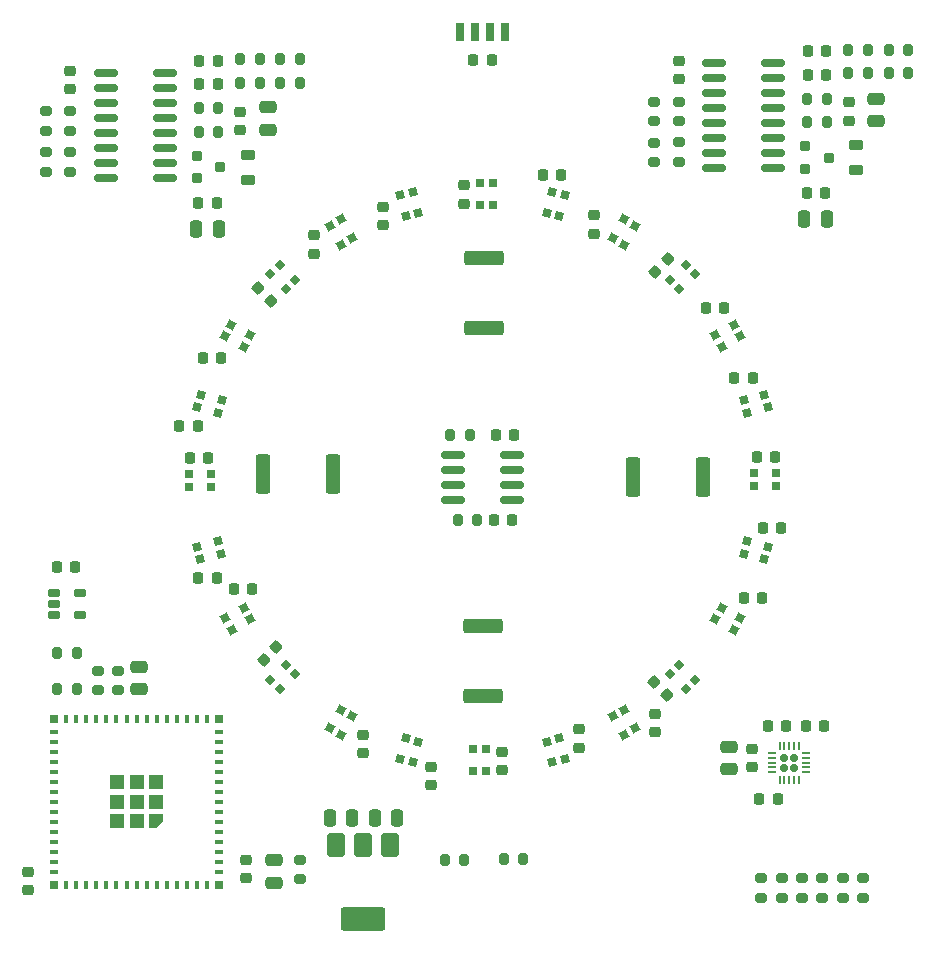
<source format=gbr>
%TF.GenerationSoftware,KiCad,Pcbnew,(6.0.8)*%
%TF.CreationDate,2022-10-28T13:46:59+02:00*%
%TF.ProjectId,view_base,76696577-5f62-4617-9365-2e6b69636164,rev?*%
%TF.SameCoordinates,Original*%
%TF.FileFunction,Paste,Top*%
%TF.FilePolarity,Positive*%
%FSLAX46Y46*%
G04 Gerber Fmt 4.6, Leading zero omitted, Abs format (unit mm)*
G04 Created by KiCad (PCBNEW (6.0.8)) date 2022-10-28 13:46:59*
%MOMM*%
%LPD*%
G01*
G04 APERTURE LIST*
G04 Aperture macros list*
%AMRoundRect*
0 Rectangle with rounded corners*
0 $1 Rounding radius*
0 $2 $3 $4 $5 $6 $7 $8 $9 X,Y pos of 4 corners*
0 Add a 4 corners polygon primitive as box body*
4,1,4,$2,$3,$4,$5,$6,$7,$8,$9,$2,$3,0*
0 Add four circle primitives for the rounded corners*
1,1,$1+$1,$2,$3*
1,1,$1+$1,$4,$5*
1,1,$1+$1,$6,$7*
1,1,$1+$1,$8,$9*
0 Add four rect primitives between the rounded corners*
20,1,$1+$1,$2,$3,$4,$5,0*
20,1,$1+$1,$4,$5,$6,$7,0*
20,1,$1+$1,$6,$7,$8,$9,0*
20,1,$1+$1,$8,$9,$2,$3,0*%
%AMRotRect*
0 Rectangle, with rotation*
0 The origin of the aperture is its center*
0 $1 length*
0 $2 width*
0 $3 Rotation angle, in degrees counterclockwise*
0 Add horizontal line*
21,1,$1,$2,0,0,$3*%
%AMFreePoly0*
4,1,6,0.600000,-0.600000,-0.600000,-0.600000,-0.600000,0.000000,0.000000,0.600000,0.600000,0.600000,0.600000,-0.600000,0.600000,-0.600000,$1*%
G04 Aperture macros list end*
%ADD10RoundRect,0.150000X0.825000X0.150000X-0.825000X0.150000X-0.825000X-0.150000X0.825000X-0.150000X0*%
%ADD11RoundRect,0.225000X-0.225000X-0.250000X0.225000X-0.250000X0.225000X0.250000X-0.225000X0.250000X0*%
%ADD12RoundRect,0.200000X-0.200000X-0.275000X0.200000X-0.275000X0.200000X0.275000X-0.200000X0.275000X0*%
%ADD13RoundRect,0.200000X0.200000X0.275000X-0.200000X0.275000X-0.200000X-0.275000X0.200000X-0.275000X0*%
%ADD14R,0.800000X0.400000*%
%ADD15R,0.400000X0.800000*%
%ADD16R,0.800000X0.800000*%
%ADD17R,1.200000X1.200000*%
%ADD18FreePoly0,180.000000*%
%ADD19RoundRect,0.225000X-0.250000X0.225000X-0.250000X-0.225000X0.250000X-0.225000X0.250000X0.225000X0*%
%ADD20RoundRect,0.250000X-0.475000X0.250000X-0.475000X-0.250000X0.475000X-0.250000X0.475000X0.250000X0*%
%ADD21RoundRect,0.162500X-0.367500X-0.162500X0.367500X-0.162500X0.367500X0.162500X-0.367500X0.162500X0*%
%ADD22R,0.700000X1.600000*%
%ADD23RoundRect,0.150000X0.150000X-0.150000X0.150000X0.150000X-0.150000X0.150000X-0.150000X-0.150000X0*%
%ADD24RoundRect,0.050000X0.300000X-0.050000X0.300000X0.050000X-0.300000X0.050000X-0.300000X-0.050000X0*%
%ADD25RoundRect,0.050000X0.050000X-0.300000X0.050000X0.300000X-0.050000X0.300000X-0.050000X-0.300000X0*%
%ADD26RoundRect,0.250000X-0.500000X0.750000X-0.500000X-0.750000X0.500000X-0.750000X0.500000X0.750000X0*%
%ADD27RoundRect,0.250000X-1.650000X0.750000X-1.650000X-0.750000X1.650000X-0.750000X1.650000X0.750000X0*%
%ADD28RoundRect,0.200000X-0.275000X0.200000X-0.275000X-0.200000X0.275000X-0.200000X0.275000X0.200000X0*%
%ADD29RoundRect,0.200000X0.275000X-0.200000X0.275000X0.200000X-0.275000X0.200000X-0.275000X-0.200000X0*%
%ADD30RoundRect,0.250000X0.362500X1.425000X-0.362500X1.425000X-0.362500X-1.425000X0.362500X-1.425000X0*%
%ADD31RoundRect,0.250000X1.425000X-0.362500X1.425000X0.362500X-1.425000X0.362500X-1.425000X-0.362500X0*%
%ADD32RoundRect,0.250000X-0.362500X-1.425000X0.362500X-1.425000X0.362500X1.425000X-0.362500X1.425000X0*%
%ADD33RoundRect,0.250000X-1.425000X0.362500X-1.425000X-0.362500X1.425000X-0.362500X1.425000X0.362500X0*%
%ADD34RoundRect,0.200000X-0.250000X-0.200000X0.250000X-0.200000X0.250000X0.200000X-0.250000X0.200000X0*%
%ADD35RoundRect,0.218750X0.381250X-0.218750X0.381250X0.218750X-0.381250X0.218750X-0.381250X-0.218750X0*%
%ADD36RotRect,0.700000X0.700000X345.000000*%
%ADD37RotRect,0.700000X0.700000X330.000000*%
%ADD38RotRect,0.700000X0.700000X315.000000*%
%ADD39RotRect,0.700000X0.700000X300.000000*%
%ADD40RotRect,0.700000X0.700000X285.000000*%
%ADD41R,0.700000X0.700000*%
%ADD42RotRect,0.700000X0.700000X255.000000*%
%ADD43RotRect,0.700000X0.700000X240.000000*%
%ADD44RotRect,0.700000X0.700000X225.000000*%
%ADD45RotRect,0.700000X0.700000X210.000000*%
%ADD46RotRect,0.700000X0.700000X195.000000*%
%ADD47RotRect,0.700000X0.700000X165.000000*%
%ADD48RotRect,0.700000X0.700000X150.000000*%
%ADD49RotRect,0.700000X0.700000X135.000000*%
%ADD50RotRect,0.700000X0.700000X120.000000*%
%ADD51RotRect,0.700000X0.700000X105.000000*%
%ADD52RotRect,0.700000X0.700000X75.000000*%
%ADD53RotRect,0.700000X0.700000X60.000000*%
%ADD54RotRect,0.700000X0.700000X45.000000*%
%ADD55RotRect,0.700000X0.700000X30.000000*%
%ADD56RotRect,0.700000X0.700000X15.000000*%
%ADD57RoundRect,0.225000X-0.335876X-0.017678X-0.017678X-0.335876X0.335876X0.017678X0.017678X0.335876X0*%
%ADD58RoundRect,0.225000X-0.017678X0.335876X-0.335876X0.017678X0.017678X-0.335876X0.335876X-0.017678X0*%
%ADD59RoundRect,0.225000X0.225000X0.250000X-0.225000X0.250000X-0.225000X-0.250000X0.225000X-0.250000X0*%
%ADD60RoundRect,0.225000X0.335876X0.017678X0.017678X0.335876X-0.335876X-0.017678X-0.017678X-0.335876X0*%
%ADD61RoundRect,0.225000X0.250000X-0.225000X0.250000X0.225000X-0.250000X0.225000X-0.250000X-0.225000X0*%
%ADD62RoundRect,0.225000X0.017678X-0.335876X0.335876X-0.017678X-0.017678X0.335876X-0.335876X0.017678X0*%
%ADD63RoundRect,0.250000X0.475000X-0.250000X0.475000X0.250000X-0.475000X0.250000X-0.475000X-0.250000X0*%
%ADD64RoundRect,0.250000X-0.250000X-0.475000X0.250000X-0.475000X0.250000X0.475000X-0.250000X0.475000X0*%
%ADD65RoundRect,0.250000X0.250000X0.475000X-0.250000X0.475000X-0.250000X-0.475000X0.250000X-0.475000X0*%
G04 APERTURE END LIST*
D10*
%TO.C,U4*%
X124575000Y-73845000D03*
X124575000Y-72575000D03*
X124575000Y-71305000D03*
X124575000Y-70035000D03*
X124575000Y-68765000D03*
X124575000Y-67495000D03*
X124575000Y-66225000D03*
X124575000Y-64955000D03*
X119625000Y-64955000D03*
X119625000Y-66225000D03*
X119625000Y-67495000D03*
X119625000Y-68765000D03*
X119625000Y-70035000D03*
X119625000Y-71305000D03*
X119625000Y-72575000D03*
X119625000Y-73845000D03*
%TD*%
D11*
%TO.C,C53*%
X102675000Y-96400000D03*
X101125000Y-96400000D03*
%TD*%
D12*
%TO.C,R44*%
X98925000Y-96400000D03*
X97275000Y-96400000D03*
%TD*%
D13*
%TO.C,R42*%
X97875000Y-103600000D03*
X99525000Y-103600000D03*
%TD*%
D14*
%TO.C,U2*%
X77700000Y-133450000D03*
X77700000Y-132600000D03*
X77700000Y-131750000D03*
X77700000Y-130900000D03*
X77700000Y-130050000D03*
X77700000Y-129200000D03*
X77700000Y-128350000D03*
X77700000Y-127500000D03*
X77700000Y-126650000D03*
X77700000Y-125800000D03*
X77700000Y-124950000D03*
X77700000Y-124100000D03*
X77700000Y-123250000D03*
X77700000Y-122400000D03*
X77700000Y-121550000D03*
D15*
X76650000Y-120500000D03*
X75800000Y-120500000D03*
X74950000Y-120500000D03*
X74100000Y-120500000D03*
X73250000Y-120500000D03*
X72400000Y-120500000D03*
X71550000Y-120500000D03*
X70700000Y-120500000D03*
X69850000Y-120500000D03*
X69000000Y-120500000D03*
X68150000Y-120500000D03*
X67300000Y-120500000D03*
X66450000Y-120500000D03*
X65600000Y-120500000D03*
X64750000Y-120500000D03*
D14*
X63700000Y-121550000D03*
X63700000Y-122400000D03*
X63700000Y-123250000D03*
X63700000Y-124100000D03*
X63700000Y-124950000D03*
X63700000Y-125800000D03*
X63700000Y-126650000D03*
X63700000Y-127500000D03*
X63700000Y-128350000D03*
X63700000Y-129200000D03*
X63700000Y-130050000D03*
X63700000Y-130900000D03*
X63700000Y-131750000D03*
X63700000Y-132600000D03*
X63700000Y-133450000D03*
D15*
X64750000Y-134500000D03*
X65600000Y-134500000D03*
X66450000Y-134500000D03*
X67300000Y-134500000D03*
X68150000Y-134500000D03*
X69000000Y-134500000D03*
X69850000Y-134500000D03*
X70700000Y-134500000D03*
X71550000Y-134500000D03*
X72400000Y-134500000D03*
X73250000Y-134500000D03*
X74100000Y-134500000D03*
X74950000Y-134500000D03*
X75800000Y-134500000D03*
X76650000Y-134500000D03*
D16*
X77700000Y-134500000D03*
X63750000Y-134500000D03*
X77700000Y-120500000D03*
X63700000Y-120500000D03*
D17*
X70700000Y-127500000D03*
X69050000Y-127500000D03*
X70700000Y-129150000D03*
X72350000Y-127500000D03*
X70700000Y-125850000D03*
D18*
X72350000Y-129150000D03*
D17*
X69050000Y-129150000D03*
X69050000Y-125850000D03*
X72350000Y-125850000D03*
%TD*%
D19*
%TO.C,C6*%
X80000000Y-133975000D03*
X80000000Y-132425000D03*
%TD*%
D20*
%TO.C,C5*%
X82300000Y-134350000D03*
X82300000Y-132450000D03*
%TD*%
D21*
%TO.C,U8*%
X65875000Y-109775000D03*
X65875000Y-111675000D03*
X63675000Y-111675000D03*
X63675000Y-110725000D03*
X63675000Y-109775000D03*
%TD*%
D10*
%TO.C,U7*%
X97525000Y-101905000D03*
X97525000Y-100635000D03*
X97525000Y-99365000D03*
X97525000Y-98095000D03*
X102475000Y-98095000D03*
X102475000Y-99365000D03*
X102475000Y-100635000D03*
X102475000Y-101905000D03*
%TD*%
D22*
%TO.C,U6*%
X101905000Y-62337500D03*
X100635000Y-62337500D03*
X99365000Y-62337500D03*
X98095000Y-62337500D03*
%TD*%
D23*
%TO.C,U5*%
X126360000Y-123765000D03*
X125540000Y-123765000D03*
X126360000Y-124585000D03*
X125540000Y-124585000D03*
D24*
X124500000Y-124975000D03*
X124500000Y-124575000D03*
X124500000Y-124175000D03*
X124500000Y-123775000D03*
X124500000Y-123375000D03*
D25*
X125150000Y-122725000D03*
X125550000Y-122725000D03*
X125950000Y-122725000D03*
X126350000Y-122725000D03*
X126750000Y-122725000D03*
D24*
X127400000Y-123375000D03*
X127400000Y-123775000D03*
X127400000Y-124175000D03*
X127400000Y-124575000D03*
X127400000Y-124975000D03*
D25*
X126750000Y-125625000D03*
X126350000Y-125625000D03*
X125950000Y-125625000D03*
X125550000Y-125625000D03*
X125150000Y-125625000D03*
%TD*%
D10*
%TO.C,U3*%
X73075000Y-74645000D03*
X73075000Y-73375000D03*
X73075000Y-72105000D03*
X73075000Y-70835000D03*
X73075000Y-69565000D03*
X73075000Y-68295000D03*
X73075000Y-67025000D03*
X73075000Y-65755000D03*
X68125000Y-65755000D03*
X68125000Y-67025000D03*
X68125000Y-68295000D03*
X68125000Y-69565000D03*
X68125000Y-70835000D03*
X68125000Y-72105000D03*
X68125000Y-73375000D03*
X68125000Y-74645000D03*
%TD*%
D26*
%TO.C,U1*%
X87600000Y-131150000D03*
X89900000Y-131150000D03*
D27*
X89900000Y-137450000D03*
D26*
X92200000Y-131150000D03*
%TD*%
D28*
%TO.C,R41*%
X114500001Y-73324999D03*
X114500001Y-71674999D03*
%TD*%
D12*
%TO.C,R40*%
X134375001Y-65799997D03*
X136025001Y-65799997D03*
%TD*%
D28*
%TO.C,R39*%
X63000000Y-74125000D03*
X63000000Y-72475000D03*
%TD*%
D12*
%TO.C,R38*%
X84525000Y-66600000D03*
X82875000Y-66600000D03*
%TD*%
D28*
%TO.C,R37*%
X116600000Y-73300000D03*
X116600000Y-71650000D03*
%TD*%
D13*
%TO.C,R35*%
X134374997Y-63799998D03*
X136024997Y-63799998D03*
%TD*%
D29*
%TO.C,R33*%
X65100000Y-72475000D03*
X65100000Y-74125000D03*
%TD*%
D13*
%TO.C,R31*%
X82875000Y-64600000D03*
X84525000Y-64600000D03*
%TD*%
D30*
%TO.C,R29*%
X118662500Y-100000000D03*
X112737500Y-100000000D03*
%TD*%
D31*
%TO.C,R28*%
X100000000Y-112637500D03*
X100000000Y-118562500D03*
%TD*%
D32*
%TO.C,R27*%
X87362500Y-99700000D03*
X81437500Y-99700000D03*
%TD*%
D33*
%TO.C,R26*%
X100100000Y-87362500D03*
X100100000Y-81437500D03*
%TD*%
D28*
%TO.C,R25*%
X114500001Y-69874995D03*
X114500001Y-68224995D03*
%TD*%
D13*
%TO.C,R24*%
X130974999Y-63799998D03*
X132624999Y-63799998D03*
%TD*%
D28*
%TO.C,R23*%
X63000001Y-69024997D03*
X63000001Y-70674997D03*
%TD*%
D13*
%TO.C,R22*%
X79475000Y-64600000D03*
X81125000Y-64600000D03*
%TD*%
D29*
%TO.C,R21*%
X116600000Y-69874999D03*
X116600000Y-68224999D03*
%TD*%
D12*
%TO.C,R20*%
X132624999Y-65799997D03*
X130974999Y-65799997D03*
%TD*%
D29*
%TO.C,R19*%
X65100001Y-69024998D03*
X65100001Y-70674998D03*
%TD*%
D12*
%TO.C,R18*%
X81125000Y-66600000D03*
X79475000Y-66600000D03*
%TD*%
D13*
%TO.C,R17*%
X127474998Y-67950000D03*
X129124998Y-67950000D03*
%TD*%
%TO.C,R16*%
X77625000Y-68750000D03*
X75975000Y-68750000D03*
%TD*%
%TO.C,R15*%
X127475005Y-69949994D03*
X129125005Y-69949994D03*
%TD*%
%TO.C,R14*%
X75975005Y-70749996D03*
X77625005Y-70749996D03*
%TD*%
D12*
%TO.C,R13*%
X65625000Y-114900000D03*
X63975000Y-114900000D03*
%TD*%
D28*
%TO.C,R12*%
X132225000Y-133975000D03*
X132225000Y-135625000D03*
%TD*%
%TO.C,R11*%
X130500000Y-133975000D03*
X130500000Y-135625000D03*
%TD*%
D12*
%TO.C,R10*%
X101775000Y-132300000D03*
X103425000Y-132300000D03*
%TD*%
D28*
%TO.C,R9*%
X128775000Y-135625000D03*
X128775000Y-133975000D03*
%TD*%
D12*
%TO.C,R8*%
X65625000Y-117900000D03*
X63975000Y-117900000D03*
%TD*%
D29*
%TO.C,R7*%
X69100000Y-116375000D03*
X69100000Y-118025000D03*
%TD*%
D28*
%TO.C,R6*%
X67400000Y-116375000D03*
X67400000Y-118025000D03*
%TD*%
D13*
%TO.C,R5*%
X96775000Y-132400000D03*
X98425000Y-132400000D03*
%TD*%
D28*
%TO.C,R4*%
X84500000Y-134025000D03*
X84500000Y-132375000D03*
%TD*%
%TO.C,R3*%
X127050000Y-133975000D03*
X127050000Y-135625000D03*
%TD*%
%TO.C,R2*%
X125325000Y-135625000D03*
X125325000Y-133975000D03*
%TD*%
%TO.C,R1*%
X123600000Y-135625000D03*
X123600000Y-133975000D03*
%TD*%
D34*
%TO.C,Q2*%
X129300002Y-72949997D03*
X127300002Y-73899997D03*
X127300002Y-71999997D03*
%TD*%
%TO.C,Q1*%
X77800001Y-73749997D03*
X75800001Y-74699997D03*
X75800001Y-72799997D03*
%TD*%
D35*
%TO.C,L2*%
X131599994Y-71887493D03*
X131599994Y-74012493D03*
%TD*%
%TO.C,L1*%
X80099998Y-72687494D03*
X80099998Y-74812494D03*
%TD*%
D36*
%TO.C,D24*%
X77616472Y-94568079D03*
X77901173Y-93505560D03*
X76133528Y-93031921D03*
X75848827Y-94094440D03*
%TD*%
D37*
%TO.C,D23*%
X78182587Y-88043814D03*
X78732587Y-87091186D03*
X80317413Y-88006186D03*
X79767413Y-88958814D03*
%TD*%
D38*
%TO.C,D22*%
X82039089Y-82816906D03*
X82816906Y-82039089D03*
X84110911Y-83333094D03*
X83333094Y-84110911D03*
%TD*%
D39*
%TO.C,D21*%
X87091186Y-78732587D03*
X88043814Y-78182587D03*
X88958814Y-79767413D03*
X88006186Y-80317413D03*
%TD*%
D40*
%TO.C,D20*%
X93031921Y-76133528D03*
X94094440Y-75848827D03*
X94568079Y-77616472D03*
X93505560Y-77901173D03*
%TD*%
D41*
%TO.C,D19*%
X99750000Y-75135000D03*
X100850000Y-75135000D03*
X100850000Y-76965000D03*
X99750000Y-76965000D03*
%TD*%
D42*
%TO.C,D18*%
X105905560Y-75848827D03*
X106968079Y-76133528D03*
X106494440Y-77901173D03*
X105431921Y-77616472D03*
%TD*%
D43*
%TO.C,D17*%
X111041186Y-79767413D03*
X111993814Y-80317413D03*
X112908814Y-78732587D03*
X111956186Y-78182587D03*
%TD*%
D44*
%TO.C,D16*%
X115889089Y-83333094D03*
X116666906Y-84110911D03*
X117960911Y-82816906D03*
X117183094Y-82039089D03*
%TD*%
D45*
%TO.C,D15*%
X121267413Y-87091186D03*
X121817413Y-88043814D03*
X120232587Y-88958814D03*
X119682587Y-88006186D03*
%TD*%
D46*
%TO.C,D14*%
X123866472Y-93031921D03*
X124151173Y-94094440D03*
X122383528Y-94568079D03*
X122098827Y-93505560D03*
%TD*%
D41*
%TO.C,D13*%
X124840000Y-99650000D03*
X124840000Y-100750000D03*
X123010000Y-100750000D03*
X123010000Y-99650000D03*
%TD*%
D47*
%TO.C,D12*%
X122383528Y-105431921D03*
X122098827Y-106494440D03*
X123866472Y-106968079D03*
X124151173Y-105905560D03*
%TD*%
D48*
%TO.C,D11*%
X121817413Y-111956186D03*
X121267413Y-112908814D03*
X119682587Y-111993814D03*
X120232587Y-111041186D03*
%TD*%
D49*
%TO.C,D10*%
X116666906Y-115889089D03*
X115889089Y-116666906D03*
X117183094Y-117960911D03*
X117960911Y-117183094D03*
%TD*%
D50*
%TO.C,D9*%
X111993814Y-119682587D03*
X111041186Y-120232587D03*
X111956186Y-121817413D03*
X112908814Y-121267413D03*
%TD*%
D51*
%TO.C,D8*%
X106968079Y-123866472D03*
X105905560Y-124151173D03*
X105431921Y-122383528D03*
X106494440Y-122098827D03*
%TD*%
D41*
%TO.C,D7*%
X100250000Y-124865000D03*
X99150000Y-124865000D03*
X99150000Y-123035000D03*
X100250000Y-123035000D03*
%TD*%
D52*
%TO.C,D6*%
X94094440Y-124151173D03*
X93031921Y-123866472D03*
X93505560Y-122098827D03*
X94568079Y-122383528D03*
%TD*%
D53*
%TO.C,D5*%
X88043814Y-121817413D03*
X87091186Y-121267413D03*
X88006186Y-119682587D03*
X88958814Y-120232587D03*
%TD*%
D54*
%TO.C,D4*%
X82816906Y-117960911D03*
X82039089Y-117183094D03*
X83333094Y-115889089D03*
X84110911Y-116666906D03*
%TD*%
D55*
%TO.C,D3*%
X80342413Y-111993814D03*
X79792413Y-111041186D03*
X78207587Y-111956186D03*
X78757587Y-112908814D03*
%TD*%
D56*
%TO.C,D2*%
X77876173Y-106494440D03*
X77591472Y-105431921D03*
X75823827Y-105905560D03*
X76108528Y-106968079D03*
%TD*%
D41*
%TO.C,D1*%
X75135000Y-100850000D03*
X75135000Y-99750000D03*
X76965000Y-99750000D03*
X76965000Y-100850000D03*
%TD*%
D11*
%TO.C,C52*%
X75875000Y-95700000D03*
X74325000Y-95700000D03*
%TD*%
%TO.C,C51*%
X77875000Y-89900000D03*
X76325000Y-89900000D03*
%TD*%
D57*
%TO.C,C50*%
X82098008Y-85048008D03*
X81001992Y-83951992D03*
%TD*%
D19*
%TO.C,C49*%
X85700000Y-79525000D03*
X85700000Y-81075000D03*
%TD*%
%TO.C,C48*%
X91600000Y-78675000D03*
X91600000Y-77125000D03*
%TD*%
%TO.C,C47*%
X98400000Y-76850000D03*
X98400000Y-75300000D03*
%TD*%
D11*
%TO.C,C46*%
X106675000Y-74400000D03*
X105125000Y-74400000D03*
%TD*%
D19*
%TO.C,C45*%
X109400000Y-79375000D03*
X109400000Y-77825000D03*
%TD*%
D58*
%TO.C,C44*%
X114601992Y-82648008D03*
X115698008Y-81551992D03*
%TD*%
D59*
%TO.C,C43*%
X118925000Y-85700000D03*
X120475000Y-85700000D03*
%TD*%
%TO.C,C42*%
X121325000Y-91600000D03*
X122875000Y-91600000D03*
%TD*%
%TO.C,C41*%
X123225000Y-98300000D03*
X124775000Y-98300000D03*
%TD*%
%TO.C,C40*%
X123725000Y-104300000D03*
X125275000Y-104300000D03*
%TD*%
%TO.C,C39*%
X122125000Y-110200000D03*
X123675000Y-110200000D03*
%TD*%
D60*
%TO.C,C38*%
X114551992Y-117351992D03*
X115648008Y-118448008D03*
%TD*%
D61*
%TO.C,C37*%
X114600000Y-120025000D03*
X114600000Y-121575000D03*
%TD*%
%TO.C,C36*%
X108200000Y-122900000D03*
X108200000Y-121350000D03*
%TD*%
%TO.C,C35*%
X101600000Y-123250000D03*
X101600000Y-124800000D03*
%TD*%
%TO.C,C34*%
X95600000Y-126075000D03*
X95600000Y-124525000D03*
%TD*%
%TO.C,C33*%
X89900000Y-121825000D03*
X89900000Y-123375000D03*
%TD*%
D62*
%TO.C,C32*%
X82548008Y-114351992D03*
X81451992Y-115448008D03*
%TD*%
D11*
%TO.C,C31*%
X80475000Y-109500000D03*
X78925000Y-109500000D03*
%TD*%
%TO.C,C30*%
X75925000Y-108500000D03*
X77475000Y-108500000D03*
%TD*%
%TO.C,C29*%
X76775000Y-98400000D03*
X75225000Y-98400000D03*
%TD*%
%TO.C,C28*%
X102475000Y-103600000D03*
X100925000Y-103600000D03*
%TD*%
D59*
%TO.C,C27*%
X65525000Y-107625000D03*
X63975000Y-107625000D03*
%TD*%
%TO.C,C26*%
X125700000Y-121075000D03*
X124150000Y-121075000D03*
%TD*%
D61*
%TO.C,C25*%
X116600004Y-64774999D03*
X116600004Y-66324999D03*
%TD*%
D11*
%TO.C,C24*%
X129074996Y-63949996D03*
X127524996Y-63949996D03*
%TD*%
D61*
%TO.C,C23*%
X65100003Y-67125001D03*
X65100003Y-65575001D03*
%TD*%
D11*
%TO.C,C22*%
X77574997Y-64749995D03*
X76024997Y-64749995D03*
%TD*%
%TO.C,C21*%
X128925000Y-121075000D03*
X127375000Y-121075000D03*
%TD*%
D59*
%TO.C,C20*%
X127524998Y-65949991D03*
X129074998Y-65949991D03*
%TD*%
%TO.C,C19*%
X76024999Y-66749991D03*
X77574999Y-66749991D03*
%TD*%
D61*
%TO.C,C18*%
X131000001Y-68275002D03*
X131000001Y-69825002D03*
%TD*%
D63*
%TO.C,C17*%
X133300000Y-67950000D03*
X133300000Y-69850000D03*
%TD*%
D61*
%TO.C,C16*%
X79500002Y-69075003D03*
X79500002Y-70625003D03*
%TD*%
D63*
%TO.C,C15*%
X81800003Y-68699999D03*
X81800003Y-70599999D03*
%TD*%
D11*
%TO.C,C14*%
X100775000Y-64700000D03*
X99225000Y-64700000D03*
%TD*%
%TO.C,C13*%
X128974995Y-75949994D03*
X127424995Y-75949994D03*
%TD*%
D64*
%TO.C,C12*%
X129149999Y-78149993D03*
X127249999Y-78149993D03*
%TD*%
D11*
%TO.C,C11*%
X77474998Y-76749997D03*
X75924998Y-76749997D03*
%TD*%
D64*
%TO.C,C10*%
X77649999Y-78949995D03*
X75749999Y-78949995D03*
%TD*%
D11*
%TO.C,C9*%
X124975000Y-127275000D03*
X123425000Y-127275000D03*
%TD*%
D61*
%TO.C,C8*%
X122825000Y-124550000D03*
X122825000Y-123000000D03*
%TD*%
D63*
%TO.C,C7*%
X120825000Y-122825000D03*
X120825000Y-124725000D03*
%TD*%
D19*
%TO.C,C4*%
X61500000Y-134950001D03*
X61500000Y-133400001D03*
%TD*%
D63*
%TO.C,C3*%
X70900000Y-116050000D03*
X70900000Y-117950000D03*
%TD*%
D64*
%TO.C,C2*%
X88950000Y-128900000D03*
X87050000Y-128900000D03*
%TD*%
D65*
%TO.C,C1*%
X92750000Y-128900000D03*
X90850000Y-128900000D03*
%TD*%
M02*

</source>
